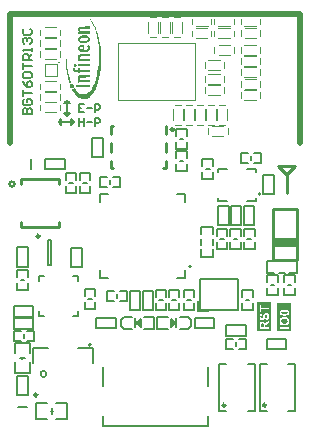
<source format=gto>
G04*
G04 #@! TF.GenerationSoftware,Altium Limited,Altium Designer,20.1.14 (287)*
G04*
G04 Layer_Color=65535*
%FSLAX25Y25*%
%MOIN*%
G70*
G04*
G04 #@! TF.SameCoordinates,C6E2488E-A08A-4CE9-B207-DE92606EBE29*
G04*
G04*
G04 #@! TF.FilePolarity,Positive*
G04*
G01*
G75*
%ADD10C,0.00984*%
%ADD11C,0.00591*%
%ADD12C,0.01000*%
%ADD13C,0.00787*%
%ADD14C,0.00591*%
%ADD15C,0.00512*%
%ADD16C,0.00800*%
%ADD17C,0.00600*%
%ADD18C,0.00098*%
%ADD19C,0.00500*%
%ADD20C,0.02000*%
%ADD21C,0.00197*%
%ADD22C,0.00394*%
%ADD23R,0.00700X0.01400*%
G36*
X27400Y132580D02*
X24447Y132555D01*
X24269Y132428D01*
Y132097D01*
X24549Y131740D01*
X27400D01*
Y130977D01*
X23964Y130951D01*
X23658Y130900D01*
X23480Y131588D01*
X23887Y131690D01*
X23658Y131995D01*
X23556Y132199D01*
X23505Y132657D01*
X23607Y132962D01*
X23811Y133191D01*
X24040Y133293D01*
X27400Y133319D01*
Y132580D01*
D02*
G37*
G36*
X26127Y130340D02*
X26738Y130162D01*
X26904Y130060D01*
X27247Y129806D01*
X27426Y129526D01*
X27502Y129220D01*
X27491Y129008D01*
X27476Y128737D01*
X27298Y128380D01*
X27069Y128151D01*
X26815Y127998D01*
X26356Y127846D01*
X25873Y127769D01*
X24880Y127795D01*
X24320Y127947D01*
X24065Y128075D01*
X23734Y128329D01*
X23556Y128609D01*
X23480Y128889D01*
Y129246D01*
X23607Y129628D01*
X23862Y129933D01*
X24218Y130162D01*
X24676Y130315D01*
X25007Y130366D01*
X26127Y130340D01*
D02*
G37*
G36*
X25695Y125580D02*
X26280Y125631D01*
X26535Y125733D01*
X26713Y125911D01*
X26789Y126089D01*
X26764Y126471D01*
X26560Y126802D01*
X26433Y126904D01*
Y126955D01*
X26738Y127133D01*
X26993Y127235D01*
X27196Y127031D01*
X27375Y126751D01*
X27476Y126446D01*
Y125860D01*
X27324Y125504D01*
X27095Y125224D01*
X26611Y124944D01*
X26102Y124817D01*
X24829D01*
X24345Y124944D01*
X24040Y125096D01*
X23684Y125402D01*
X23556Y125606D01*
X23480Y125886D01*
Y126014D01*
X24131D01*
X24142Y125886D01*
X24218Y125784D01*
X24473Y125656D01*
X25084Y125580D01*
Y126522D01*
X24473Y126471D01*
X24295Y126395D01*
X24193Y126318D01*
X24116Y126166D01*
X24131Y126016D01*
X23480D01*
Y126242D01*
X23607Y126624D01*
X23887Y126929D01*
X24193Y127108D01*
X24651Y127235D01*
X25695Y127286D01*
Y125580D01*
D02*
G37*
G36*
X27400Y123365D02*
X24473Y123340D01*
X24295Y123238D01*
X24243Y123136D01*
X24269Y122882D01*
X24447Y122627D01*
X24600Y122500D01*
X27400D01*
Y121762D01*
X24014Y121736D01*
X23684Y121685D01*
X23582Y121940D01*
X23480Y122373D01*
X23734Y122449D01*
X23887Y122475D01*
X23684Y122729D01*
X23556Y122984D01*
X23505Y123442D01*
X23607Y123747D01*
X23785Y123951D01*
X24065Y124078D01*
X27400Y124104D01*
Y123365D01*
D02*
G37*
G36*
Y120082D02*
X23607D01*
X23505Y120845D01*
X27400D01*
Y120082D01*
D02*
G37*
G36*
X22971Y120769D02*
X23047Y120642D01*
Y120260D01*
X22869Y120031D01*
X22716Y119954D01*
X22385Y119980D01*
X22156Y120158D01*
X22080Y120336D01*
Y120565D01*
X22207Y120794D01*
X22385Y120922D01*
X22767D01*
X22971Y120769D01*
D02*
G37*
G36*
X22360Y119598D02*
X22665Y119471D01*
X22564Y119293D01*
Y119013D01*
X22614Y118936D01*
X22843Y118834D01*
X23582D01*
Y119522D01*
X24243Y119394D01*
Y118834D01*
X27400D01*
Y118071D01*
X24243D01*
Y117816D01*
X23582D01*
Y118071D01*
X22691D01*
X22284Y118223D01*
X22054Y118402D01*
X21902Y118707D01*
X21876Y119191D01*
X21978Y119547D01*
X22054Y119674D01*
X22360Y119598D01*
D02*
G37*
G36*
X27400Y116340D02*
X24473Y116314D01*
X24295Y116212D01*
X24243Y116111D01*
X24269Y115856D01*
X24447Y115602D01*
X24575Y115474D01*
X27400D01*
Y114736D01*
X24040Y114710D01*
X23658Y114634D01*
X23480Y115347D01*
X23913Y115449D01*
X23785Y115551D01*
X23582Y115882D01*
X23505Y116187D01*
Y116416D01*
X23607Y116722D01*
X23785Y116925D01*
X23913Y117002D01*
X24218Y117078D01*
X27400D01*
Y116340D01*
D02*
G37*
G36*
X19738Y121889D02*
X19942Y120005D01*
X20298Y118147D01*
X20578Y117078D01*
X21011Y115754D01*
X21367Y114787D01*
X21494Y114507D01*
X21214Y114481D01*
X20909Y114329D01*
X20756Y114201D01*
X20502Y114940D01*
X20120Y116416D01*
X19840Y118071D01*
X19687Y119573D01*
X19636Y120413D01*
Y122831D01*
X19687Y123391D01*
X19738Y121889D01*
D02*
G37*
G36*
X27400Y113107D02*
X22894D01*
X22818Y113871D01*
X27400D01*
Y113107D01*
D02*
G37*
G36*
X21774Y114227D02*
X22029Y114074D01*
X22182Y113921D01*
X22309Y113591D01*
X22284Y113234D01*
X22156Y112980D01*
X21978Y112801D01*
X21774Y112700D01*
X21265D01*
X20934Y112903D01*
X20782Y113132D01*
X20731Y113285D01*
Y113641D01*
X20832Y113871D01*
X20985Y114074D01*
X21189Y114201D01*
X21367Y114252D01*
X21774Y114227D01*
D02*
G37*
G36*
X27578Y135839D02*
X27731Y135686D01*
X27935Y135432D01*
X28164Y135126D01*
X28571Y134515D01*
X28953Y133828D01*
X29386Y133013D01*
X29691Y132300D01*
X30251Y130722D01*
X30684Y129068D01*
X30964Y127591D01*
X31168Y126038D01*
X31295Y124231D01*
X31269Y121024D01*
X31117Y119114D01*
X30887Y117485D01*
X30608Y116085D01*
X30226Y114660D01*
X29818Y113489D01*
X29411Y112547D01*
X29131Y112012D01*
X28800Y111452D01*
X28520Y111045D01*
X28329Y110803D01*
X28011Y110409D01*
X27655Y110052D01*
X27375Y109823D01*
X27069Y109619D01*
X26458Y109314D01*
X26000Y109187D01*
X24982D01*
X24320Y109390D01*
X23887Y109619D01*
X23327Y110027D01*
X22665Y110663D01*
X22156Y111325D01*
X21698Y112063D01*
X21520Y112420D01*
X21825Y112470D01*
X22054Y112572D01*
X22284Y112725D01*
X22334Y112827D01*
X22411Y112801D01*
X22462Y112674D01*
X22971Y111987D01*
X23251Y111656D01*
X23480Y111427D01*
X23658Y111274D01*
X24142Y110943D01*
X24600Y110740D01*
X24931Y110663D01*
X25644Y110714D01*
X26076Y110841D01*
X26382Y110969D01*
X26687Y111147D01*
X26942Y111325D01*
X27171Y111503D01*
X27451Y111758D01*
X27756Y112114D01*
X28087Y112547D01*
X28317Y112903D01*
X28647Y113489D01*
X28927Y114074D01*
X29131Y114558D01*
X29436Y115398D01*
X29691Y116289D01*
X29844Y116900D01*
X30022Y117765D01*
X30277Y119420D01*
X30404Y120769D01*
X30456Y121617D01*
X30493Y123365D01*
X30506Y124460D01*
X30378Y126700D01*
X30149Y128635D01*
X29844Y130315D01*
X29487Y131740D01*
X29106Y132911D01*
X28673Y133955D01*
X28342Y134591D01*
X27833Y135381D01*
X27502Y135788D01*
X27476Y135864D01*
X27578Y135839D01*
D02*
G37*
G36*
X94700Y31800D02*
X89987D01*
Y41300D01*
X94700D01*
Y31800D01*
D02*
G37*
G36*
X88000Y31700D02*
X83288D01*
Y41329D01*
X88000D01*
Y31700D01*
D02*
G37*
%LPC*%
G36*
X26204Y129526D02*
X24727D01*
X24371Y129399D01*
X24218Y129271D01*
X24167Y129144D01*
X24193Y128915D01*
X24345Y128737D01*
X24600Y128635D01*
X25287Y128558D01*
X26255Y128609D01*
X26560Y128711D01*
X26789Y128915D01*
Y129017D01*
X26815Y129144D01*
X26713Y129322D01*
X26560Y129424D01*
X26204Y129526D01*
D02*
G37*
G36*
X92449Y38902D02*
X92366D01*
X92208Y38898D01*
X92064Y38889D01*
X91933Y38876D01*
X91811Y38854D01*
X91697Y38832D01*
X91597Y38810D01*
X91505Y38780D01*
X91426Y38754D01*
X91352Y38727D01*
X91295Y38701D01*
X91242Y38675D01*
X91199Y38653D01*
X91168Y38631D01*
X91146Y38618D01*
X91133Y38609D01*
X91129Y38605D01*
X91072Y38557D01*
X91024Y38504D01*
X90985Y38448D01*
X90945Y38391D01*
X90915Y38334D01*
X90893Y38277D01*
X90871Y38225D01*
X90854Y38168D01*
X90841Y38115D01*
X90832Y38072D01*
X90823Y38028D01*
X90819Y37993D01*
X90814Y37962D01*
Y37980D01*
Y37919D01*
X90819Y37840D01*
X90827Y37766D01*
X90845Y37692D01*
X90862Y37626D01*
X90889Y37565D01*
X90915Y37508D01*
X90941Y37460D01*
X90972Y37412D01*
X91002Y37373D01*
X91028Y37333D01*
X91055Y37303D01*
X91081Y37281D01*
X91098Y37259D01*
X91116Y37246D01*
X91124Y37237D01*
X91129Y37233D01*
X91203Y37180D01*
X91291Y37137D01*
X91382Y37097D01*
X91479Y37062D01*
X91579Y37036D01*
X91684Y37010D01*
X91784Y36992D01*
X91885Y36975D01*
X91981Y36966D01*
X92068Y36957D01*
X92151Y36949D01*
X92221Y36944D01*
X92278Y36940D01*
X90814D01*
D01*
X93913D01*
Y37919D01*
X93908Y37997D01*
X93900Y38072D01*
X93882Y38146D01*
X93865Y38212D01*
X93843Y38273D01*
X93817Y38330D01*
X93786Y38378D01*
X93755Y38426D01*
X93729Y38465D01*
X93699Y38504D01*
X93672Y38535D01*
X93650Y38561D01*
X93633Y38579D01*
X93615Y38592D01*
X93607Y38601D01*
X93602Y38605D01*
X93528Y38657D01*
X93441Y38701D01*
X93349Y38745D01*
X93248Y38775D01*
X93148Y38806D01*
X93047Y38828D01*
X92943Y38850D01*
X92842Y38867D01*
X92746Y38876D01*
X92658Y38885D01*
X92575Y38893D01*
X92506Y38898D01*
X92449Y38902D01*
D02*
G37*
G36*
X92379Y36590D02*
X92348D01*
X92213Y36586D01*
X92086Y36573D01*
X91968Y36555D01*
X91854Y36529D01*
X91754Y36499D01*
X91658Y36464D01*
X91570Y36429D01*
X91496Y36389D01*
X91426Y36350D01*
X91365Y36315D01*
X91312Y36280D01*
X91269Y36250D01*
X91238Y36228D01*
X91212Y36206D01*
X91199Y36193D01*
X91194Y36188D01*
X91120Y36110D01*
X91055Y36027D01*
X90998Y35939D01*
X90950Y35852D01*
X90910Y35760D01*
X90876Y35673D01*
X90849Y35585D01*
X90827Y35502D01*
X90810Y35423D01*
X90797Y35349D01*
X90788Y35284D01*
X90779Y35227D01*
Y35183D01*
X90775Y35148D01*
Y36590D01*
D01*
Y33658D01*
D01*
Y35118D01*
X90779Y34986D01*
X90792Y34860D01*
X90814Y34751D01*
X90836Y34654D01*
X90849Y34615D01*
X90858Y34576D01*
X90867Y34545D01*
X90880Y34519D01*
X90884Y34497D01*
X90893Y34480D01*
X90897Y34471D01*
Y34466D01*
X90932Y34388D01*
X90976Y34313D01*
X91024Y34248D01*
X91068Y34191D01*
X91107Y34143D01*
X91142Y34104D01*
X91164Y34082D01*
X91168Y34078D01*
X91173Y34073D01*
X91242Y34012D01*
X91317Y33955D01*
X91382Y33907D01*
X91448Y33868D01*
X91505Y33837D01*
X91548Y33811D01*
X91566Y33807D01*
X91579Y33798D01*
X91583Y33794D01*
X91588D01*
X91710Y33750D01*
X91841Y33715D01*
X91972Y33693D01*
X92095Y33676D01*
X92151Y33671D01*
X92204Y33667D01*
X92248Y33662D01*
X92287D01*
X92322Y33658D01*
X90775D01*
X92366D01*
X92497Y33662D01*
X92624Y33676D01*
X92741Y33693D01*
X92851Y33719D01*
X92951Y33750D01*
X93043Y33785D01*
X93130Y33820D01*
X93205Y33859D01*
X93275Y33894D01*
X93331Y33929D01*
X93384Y33964D01*
X93427Y33994D01*
X93458Y34021D01*
X93484Y34038D01*
X93498Y34051D01*
X93502Y34056D01*
X93576Y34134D01*
X93637Y34217D01*
X93694Y34300D01*
X93738Y34392D01*
X93777Y34480D01*
X93812Y34571D01*
X93838Y34654D01*
X93860Y34742D01*
X93878Y34821D01*
X93891Y34895D01*
X93900Y34960D01*
X93904Y35017D01*
X93908Y35061D01*
X93913Y35096D01*
Y35126D01*
X93908Y35249D01*
X93895Y35362D01*
X93873Y35472D01*
X93847Y35572D01*
X93817Y35668D01*
X93782Y35756D01*
X93747Y35834D01*
X93707Y35909D01*
X93668Y35970D01*
X93633Y36027D01*
X93598Y36075D01*
X93567Y36114D01*
X93541Y36149D01*
X93519Y36171D01*
X93506Y36184D01*
X93502Y36188D01*
X93419Y36258D01*
X93331Y36319D01*
X93240Y36376D01*
X93148Y36420D01*
X93052Y36459D01*
X92956Y36494D01*
X92859Y36520D01*
X92768Y36542D01*
X92685Y36555D01*
X92602Y36568D01*
X92532Y36577D01*
X92471Y36586D01*
X92418D01*
X92379Y36590D01*
D02*
G37*
G36*
X93856Y33199D02*
X90832D01*
Y32587D01*
X93856D01*
Y33199D01*
D02*
G37*
%LPD*%
G36*
X92554Y38286D02*
X92637D01*
X92711Y38282D01*
X92781Y38277D01*
X92842Y38273D01*
X92899Y38264D01*
X92947Y38260D01*
X92990Y38255D01*
X93025Y38247D01*
X93056Y38242D01*
X93082Y38238D01*
X93100Y38233D01*
X93117D01*
X93122Y38229D01*
X93126D01*
X93187Y38212D01*
X93235Y38190D01*
X93279Y38168D01*
X93309Y38150D01*
X93336Y38133D01*
X93353Y38115D01*
X93362Y38107D01*
X93366Y38102D01*
X93388Y38072D01*
X93406Y38041D01*
X93414Y38011D01*
X93423Y37980D01*
X93427Y37958D01*
X93432Y37936D01*
Y37919D01*
X93427Y37879D01*
X93423Y37844D01*
X93410Y37814D01*
X93397Y37788D01*
X93388Y37766D01*
X93375Y37748D01*
X93371Y37740D01*
X93366Y37735D01*
X93336Y37709D01*
X93296Y37683D01*
X93253Y37661D01*
X93209Y37639D01*
X93170Y37626D01*
X93135Y37613D01*
X93113Y37609D01*
X93104Y37604D01*
X93060Y37595D01*
X93012Y37587D01*
X92960Y37578D01*
X92903Y37574D01*
X92781Y37565D01*
X92658Y37560D01*
X92602Y37556D01*
X92545D01*
X92497Y37552D01*
X92453D01*
X92418D01*
X92387D01*
X92370D01*
X92366D01*
X92269D01*
X92178Y37556D01*
X92099D01*
X92020Y37560D01*
X91955Y37565D01*
X91889Y37569D01*
X91837Y37574D01*
X91784Y37582D01*
X91741Y37587D01*
X91706Y37591D01*
X91675Y37595D01*
X91649Y37600D01*
X91632Y37604D01*
X91614D01*
X91610Y37609D01*
X91605D01*
X91544Y37626D01*
X91492Y37648D01*
X91452Y37665D01*
X91417Y37687D01*
X91395Y37705D01*
X91378Y37718D01*
X91369Y37727D01*
X91365Y37731D01*
X91343Y37762D01*
X91326Y37796D01*
X91312Y37827D01*
X91304Y37858D01*
X91299Y37879D01*
X91295Y37901D01*
Y37919D01*
X91299Y37958D01*
X91304Y37993D01*
X91317Y38024D01*
X91330Y38050D01*
X91343Y38072D01*
X91352Y38089D01*
X91360Y38098D01*
X91365Y38102D01*
X91395Y38129D01*
X91435Y38155D01*
X91479Y38177D01*
X91522Y38199D01*
X91566Y38212D01*
X91601Y38225D01*
X91623Y38229D01*
X91627Y38233D01*
X91632D01*
X91671Y38242D01*
X91719Y38251D01*
X91776Y38260D01*
X91833Y38268D01*
X91951Y38277D01*
X92073Y38282D01*
X92130Y38286D01*
X92186D01*
X92234Y38290D01*
X92278D01*
X92313D01*
X92344D01*
X92361D01*
X92366D01*
X92462D01*
X92554Y38286D01*
D02*
G37*
G36*
X93913Y36940D02*
X92361D01*
X92519Y36944D01*
X92663Y36953D01*
X92798Y36966D01*
X92921Y36984D01*
X93030Y37001D01*
X93130Y37023D01*
X93218Y37049D01*
X93296Y37075D01*
X93362Y37097D01*
X93423Y37124D01*
X93471Y37145D01*
X93511Y37167D01*
X93537Y37180D01*
X93559Y37193D01*
X93572Y37202D01*
X93576Y37207D01*
X93637Y37259D01*
X93685Y37316D01*
X93733Y37373D01*
X93768Y37434D01*
X93803Y37490D01*
X93830Y37552D01*
X93851Y37609D01*
X93869Y37665D01*
X93886Y37718D01*
X93895Y37766D01*
X93904Y37810D01*
X93908Y37844D01*
Y37875D01*
X93913Y37901D01*
Y36940D01*
D02*
G37*
G36*
X92431Y35957D02*
X92523Y35952D01*
X92606Y35939D01*
X92680Y35926D01*
X92755Y35909D01*
X92820Y35887D01*
X92877Y35865D01*
X92929Y35843D01*
X92977Y35821D01*
X93017Y35799D01*
X93052Y35782D01*
X93082Y35760D01*
X93104Y35747D01*
X93117Y35734D01*
X93126Y35729D01*
X93130Y35725D01*
X93178Y35681D01*
X93218Y35633D01*
X93253Y35581D01*
X93283Y35533D01*
X93305Y35480D01*
X93327Y35432D01*
X93358Y35336D01*
X93379Y35253D01*
X93384Y35218D01*
X93388Y35188D01*
X93393Y35161D01*
Y35126D01*
X93388Y35061D01*
X93379Y34995D01*
X93366Y34934D01*
X93349Y34877D01*
X93309Y34772D01*
X93257Y34689D01*
X93235Y34650D01*
X93209Y34620D01*
X93187Y34589D01*
X93165Y34567D01*
X93152Y34549D01*
X93139Y34536D01*
X93130Y34528D01*
X93126Y34523D01*
X93074Y34484D01*
X93017Y34445D01*
X92956Y34414D01*
X92890Y34388D01*
X92763Y34344D01*
X92637Y34318D01*
X92575Y34309D01*
X92523Y34300D01*
X92471Y34296D01*
X92427Y34292D01*
X92392Y34287D01*
X92366D01*
X92348D01*
X92344D01*
X92248Y34292D01*
X92160Y34296D01*
X92077Y34309D01*
X91998Y34322D01*
X91929Y34340D01*
X91863Y34357D01*
X91806Y34379D01*
X91754Y34401D01*
X91706Y34423D01*
X91666Y34445D01*
X91636Y34462D01*
X91605Y34480D01*
X91583Y34493D01*
X91570Y34506D01*
X91562Y34510D01*
X91557Y34515D01*
X91509Y34558D01*
X91470Y34606D01*
X91435Y34659D01*
X91404Y34707D01*
X91378Y34759D01*
X91360Y34812D01*
X91326Y34908D01*
X91308Y34995D01*
X91304Y35030D01*
X91299Y35065D01*
X91295Y35091D01*
Y35126D01*
X91299Y35196D01*
X91308Y35262D01*
X91317Y35323D01*
X91334Y35380D01*
X91378Y35480D01*
X91400Y35528D01*
X91422Y35568D01*
X91448Y35607D01*
X91470Y35638D01*
X91492Y35664D01*
X91514Y35690D01*
X91531Y35708D01*
X91540Y35721D01*
X91548Y35725D01*
X91553Y35729D01*
X91605Y35769D01*
X91662Y35808D01*
X91719Y35839D01*
X91784Y35865D01*
X91916Y35904D01*
X92042Y35930D01*
X92099Y35944D01*
X92156Y35948D01*
X92204Y35952D01*
X92248Y35957D01*
X92287Y35961D01*
X92313D01*
X92331D01*
X92335D01*
X92431Y35957D01*
D02*
G37*
%LPC*%
G36*
X84643Y40541D02*
X84132D01*
Y38142D01*
X87156D01*
X84643D01*
Y39038D01*
X87156D01*
Y39650D01*
X84643D01*
Y40541D01*
D02*
G37*
G36*
X87213Y37836D02*
X84075D01*
Y35376D01*
D01*
Y36591D01*
X84079Y36464D01*
X84092Y36351D01*
X84110Y36250D01*
X84127Y36163D01*
X84140Y36123D01*
X84149Y36088D01*
X84158Y36062D01*
X84167Y36036D01*
X84175Y36018D01*
X84180Y36005D01*
X84184Y35996D01*
Y35992D01*
X84228Y35905D01*
X84276Y35831D01*
X84328Y35765D01*
X84377Y35713D01*
X84420Y35669D01*
X84455Y35642D01*
X84481Y35621D01*
X84486Y35616D01*
X84490D01*
X84564Y35573D01*
X84643Y35542D01*
X84717Y35520D01*
X84783Y35507D01*
X84840Y35498D01*
X84883Y35490D01*
X84901D01*
X84914D01*
X84918D01*
X84923D01*
X84988Y35494D01*
X85054Y35503D01*
X85111Y35516D01*
X85167Y35533D01*
X85272Y35577D01*
X85364Y35629D01*
X85403Y35651D01*
X85434Y35677D01*
X85465Y35699D01*
X85491Y35721D01*
X85508Y35739D01*
X85521Y35752D01*
X85530Y35761D01*
X85535Y35765D01*
X85565Y35804D01*
X85596Y35852D01*
X85626Y35900D01*
X85653Y35957D01*
X85705Y36066D01*
X85749Y36180D01*
X85766Y36237D01*
X85784Y36285D01*
X85797Y36333D01*
X85810Y36372D01*
X85819Y36403D01*
X85827Y36429D01*
X85832Y36447D01*
Y36451D01*
X85849Y36521D01*
X85867Y36582D01*
X85880Y36639D01*
X85893Y36691D01*
X85906Y36735D01*
X85915Y36774D01*
X85928Y36809D01*
X85937Y36840D01*
X85941Y36866D01*
X85950Y36888D01*
X85958Y36919D01*
X85967Y36936D01*
Y36940D01*
X85989Y36997D01*
X86011Y37041D01*
X86033Y37080D01*
X86054Y37111D01*
X86072Y37133D01*
X86085Y37146D01*
X86094Y37155D01*
X86098Y37159D01*
X86129Y37181D01*
X86159Y37198D01*
X86190Y37207D01*
X86216Y37216D01*
X86243Y37220D01*
X86264Y37225D01*
X86277D01*
X86282D01*
X86343Y37220D01*
X86395Y37203D01*
X86448Y37176D01*
X86492Y37150D01*
X86527Y37120D01*
X86553Y37098D01*
X86570Y37080D01*
X86575Y37071D01*
X86614Y37010D01*
X86645Y36940D01*
X86666Y36866D01*
X86680Y36796D01*
X86688Y36731D01*
X86697Y36678D01*
Y36630D01*
X86693Y36530D01*
X86675Y36442D01*
X86653Y36368D01*
X86627Y36302D01*
X86601Y36250D01*
X86579Y36215D01*
X86562Y36193D01*
X86557Y36184D01*
X86496Y36128D01*
X86430Y36084D01*
X86356Y36045D01*
X86282Y36018D01*
X86216Y35996D01*
X86164Y35979D01*
X86146Y35975D01*
X86129D01*
X86120Y35970D01*
X86116D01*
X86172Y35376D01*
D01*
X86264Y35389D01*
X86352Y35407D01*
X86435Y35433D01*
X86509Y35455D01*
X86579Y35485D01*
X86645Y35516D01*
X86701Y35546D01*
X86754Y35577D01*
X86797Y35608D01*
X86837Y35638D01*
X86872Y35664D01*
X86902Y35691D01*
X86924Y35708D01*
X86937Y35726D01*
X86946Y35734D01*
X86950Y35739D01*
X86998Y35800D01*
X87038Y35865D01*
X87073Y35935D01*
X87103Y36010D01*
X87125Y36079D01*
X87147Y36154D01*
X87178Y36298D01*
X87191Y36364D01*
X87199Y36425D01*
X87204Y36477D01*
X87208Y36525D01*
X87213Y36565D01*
Y36621D01*
X87208Y36761D01*
X87195Y36888D01*
X87178Y37002D01*
X87169Y37050D01*
X87156Y37098D01*
X87147Y37137D01*
X87138Y37172D01*
X87130Y37203D01*
X87121Y37229D01*
X87112Y37251D01*
X87108Y37264D01*
X87103Y37273D01*
Y37277D01*
X87055Y37373D01*
X87003Y37452D01*
X86950Y37526D01*
X86894Y37583D01*
X86845Y37626D01*
X86802Y37661D01*
X86776Y37679D01*
X86771Y37688D01*
X86767D01*
X86680Y37736D01*
X86596Y37775D01*
X86513Y37801D01*
X86435Y37819D01*
X86374Y37828D01*
X86343Y37832D01*
X86321Y37836D01*
X87213D01*
D02*
G37*
G36*
X87156Y35206D02*
X86566Y34834D01*
X86505Y34795D01*
X86444Y34755D01*
X86391Y34721D01*
X86343Y34686D01*
X86299Y34655D01*
X86256Y34629D01*
X86190Y34576D01*
X86138Y34537D01*
X86103Y34511D01*
X86081Y34489D01*
X86076Y34484D01*
X86024Y34436D01*
X85976Y34380D01*
X85937Y34327D01*
X85897Y34275D01*
X85867Y34231D01*
X85845Y34196D01*
X85827Y34170D01*
X85823Y34165D01*
Y34161D01*
X85810Y34235D01*
X85792Y34301D01*
X85775Y34362D01*
X85753Y34423D01*
X85731Y34476D01*
X85709Y34524D01*
X85688Y34572D01*
X85661Y34611D01*
X85639Y34646D01*
X85618Y34677D01*
X85596Y34703D01*
X85578Y34721D01*
X85565Y34738D01*
X85552Y34751D01*
X85548Y34755D01*
X85543Y34760D01*
X85500Y34795D01*
X85456Y34825D01*
X85360Y34878D01*
X85268Y34913D01*
X85176Y34935D01*
X85097Y34952D01*
X85067Y34956D01*
X85036D01*
X85014Y34961D01*
X84993D01*
X84984D01*
X84979D01*
X84883Y34956D01*
X84792Y34939D01*
X84713Y34917D01*
X84643Y34895D01*
X84586Y34869D01*
X84543Y34847D01*
X84529Y34839D01*
X84516Y34830D01*
X84512Y34825D01*
X84508D01*
X84433Y34773D01*
X84372Y34716D01*
X84324Y34659D01*
X84280Y34602D01*
X84254Y34550D01*
X84232Y34511D01*
X84219Y34484D01*
X84215Y34480D01*
Y34476D01*
X84202Y34432D01*
X84189Y34384D01*
X84167Y34275D01*
X84154Y34157D01*
X84140Y34043D01*
Y33986D01*
X84136Y33938D01*
Y33890D01*
X84132Y33851D01*
Y35206D01*
Y32487D01*
X87156D01*
Y33453D01*
Y33099D01*
X85893D01*
Y33296D01*
X85897Y33357D01*
X85902Y33410D01*
X85910Y33453D01*
X85915Y33488D01*
X85923Y33510D01*
X85928Y33523D01*
Y33527D01*
X85945Y33562D01*
X85963Y33597D01*
X85985Y33628D01*
X86002Y33659D01*
X86024Y33680D01*
X86041Y33698D01*
X86050Y33707D01*
X86054Y33711D01*
X86076Y33729D01*
X86098Y33750D01*
X86164Y33798D01*
X86234Y33851D01*
X86312Y33908D01*
X86382Y33956D01*
X86417Y33978D01*
X86444Y33995D01*
X86465Y34012D01*
X86483Y34026D01*
X86496Y34030D01*
X86500Y34034D01*
X87156Y34471D01*
Y35206D01*
D02*
G37*
%LPD*%
G36*
X86172Y37832D02*
X86081Y37819D01*
X85998Y37797D01*
X85928Y37775D01*
X85871Y37753D01*
X85832Y37731D01*
X85805Y37718D01*
X85797Y37714D01*
X85727Y37666D01*
X85666Y37609D01*
X85613Y37552D01*
X85570Y37500D01*
X85535Y37452D01*
X85508Y37412D01*
X85491Y37386D01*
X85487Y37382D01*
Y37377D01*
X85465Y37334D01*
X85443Y37290D01*
X85403Y37185D01*
X85369Y37076D01*
X85334Y36971D01*
X85320Y36923D01*
X85307Y36875D01*
X85294Y36831D01*
X85285Y36796D01*
X85277Y36766D01*
X85272Y36744D01*
X85268Y36726D01*
Y36722D01*
X85246Y36643D01*
X85229Y36573D01*
X85211Y36508D01*
X85194Y36447D01*
X85176Y36399D01*
X85159Y36351D01*
X85141Y36311D01*
X85128Y36276D01*
X85115Y36246D01*
X85102Y36224D01*
X85093Y36202D01*
X85084Y36189D01*
X85071Y36167D01*
X85067Y36163D01*
X85036Y36132D01*
X85006Y36110D01*
X84975Y36097D01*
X84945Y36088D01*
X84923Y36079D01*
X84901Y36075D01*
X84888D01*
X84883D01*
X84840Y36079D01*
X84805Y36088D01*
X84770Y36106D01*
X84744Y36123D01*
X84722Y36141D01*
X84709Y36158D01*
X84700Y36167D01*
X84696Y36171D01*
X84656Y36233D01*
X84630Y36298D01*
X84608Y36368D01*
X84595Y36434D01*
X84586Y36490D01*
X84582Y36538D01*
Y36582D01*
X84586Y36674D01*
X84599Y36753D01*
X84617Y36818D01*
X84634Y36871D01*
X84652Y36914D01*
X84669Y36945D01*
X84682Y36962D01*
X84687Y36967D01*
X84730Y37010D01*
X84783Y37050D01*
X84835Y37080D01*
X84892Y37102D01*
X84940Y37120D01*
X84979Y37128D01*
X85010Y37137D01*
X85014D01*
X85019D01*
X84997Y37749D01*
X84918Y37745D01*
X84848Y37731D01*
X84778Y37714D01*
X84717Y37692D01*
X84656Y37670D01*
X84599Y37644D01*
X84551Y37618D01*
X84503Y37592D01*
X84464Y37561D01*
X84429Y37535D01*
X84398Y37508D01*
X84372Y37487D01*
X84355Y37469D01*
X84342Y37456D01*
X84333Y37447D01*
X84328Y37443D01*
X84285Y37386D01*
X84245Y37325D01*
X84210Y37259D01*
X84180Y37189D01*
X84158Y37120D01*
X84136Y37050D01*
X84105Y36910D01*
X84097Y36844D01*
X84088Y36788D01*
X84084Y36731D01*
X84079Y36683D01*
X84075Y36643D01*
Y37836D01*
X86277D01*
X86172Y37832D01*
D02*
G37*
G36*
X85071Y34327D02*
X85115Y34323D01*
X85154Y34310D01*
X85189Y34301D01*
X85216Y34288D01*
X85233Y34275D01*
X85246Y34270D01*
X85251Y34266D01*
X85281Y34240D01*
X85307Y34214D01*
X85347Y34157D01*
X85360Y34135D01*
X85369Y34113D01*
X85377Y34100D01*
Y34096D01*
X85382Y34074D01*
X85390Y34039D01*
X85395Y34004D01*
X85399Y33964D01*
X85403Y33873D01*
X85408Y33781D01*
X85412Y33694D01*
Y33099D01*
X84643D01*
Y33798D01*
X84647Y33838D01*
Y33934D01*
X84652Y33973D01*
Y33999D01*
X84656Y34012D01*
Y34017D01*
X84669Y34069D01*
X84687Y34117D01*
X84704Y34157D01*
X84726Y34187D01*
X84748Y34214D01*
X84761Y34235D01*
X84774Y34244D01*
X84778Y34249D01*
X84813Y34275D01*
X84857Y34297D01*
X84896Y34310D01*
X84936Y34323D01*
X84971Y34327D01*
X84997Y34332D01*
X85014D01*
X85023D01*
X85071Y34327D01*
D02*
G37*
D10*
X9937Y10551D02*
G03*
X9937Y10551I-492J0D01*
G01*
X10744Y63413D02*
G03*
X10744Y63413I-492J0D01*
G01*
X72661Y7095D02*
G03*
X72661Y7095I-492J0D01*
G01*
X86205Y7095D02*
G03*
X86205Y7095I-492J0D01*
G01*
D11*
X13000Y17500D02*
G03*
X13000Y17500I-1000J0D01*
G01*
X17050Y101399D02*
X18012Y102362D01*
X18954Y104373D02*
X20880D01*
X18954Y107677D02*
X20880D01*
X19917Y103410D02*
X20880Y104373D01*
X18954D02*
X19917Y103410D01*
X21317Y102362D02*
X22279Y101399D01*
X18012Y100436D02*
Y102362D01*
X21317Y100436D02*
Y102362D01*
X19917Y108640D02*
X20880Y107677D01*
X18954D02*
X19917Y108640D01*
Y103410D02*
Y108640D01*
X21317Y100436D02*
X22279Y101399D01*
X17050D02*
X22279D01*
X17050D02*
X18012Y100436D01*
X64100Y38900D02*
Y49200D01*
Y38900D02*
X76900D01*
Y49200D01*
X64100D02*
X76900D01*
D12*
X55500Y98990D02*
G03*
X55500Y98990I-500J0D01*
G01*
X2338Y80807D02*
G03*
X2338Y80807I-787J0D01*
G01*
X53000Y97410D02*
Y99990D01*
Y91500D02*
Y94490D01*
Y85990D02*
Y88580D01*
X34500Y99990D02*
X35140D01*
X34500Y97410D02*
Y99990D01*
Y91510D02*
Y94490D01*
Y85990D02*
Y88580D01*
Y85990D02*
X35140D01*
X51850D02*
X53000D01*
X93050Y77900D02*
Y84000D01*
X90100Y86700D02*
X92800Y84000D01*
X93300D01*
X96000Y86700D01*
X90100D02*
X96000D01*
X88400Y55397D02*
X96400D01*
X88400D02*
Y72398D01*
X96400D01*
Y55397D02*
Y72398D01*
X88400Y60602D02*
X95900D01*
X88400D02*
Y61501D01*
X95900D01*
Y60602D02*
Y61501D01*
X88400Y61999D02*
X96400D01*
X88400D02*
Y62499D01*
X96400D01*
Y61999D02*
Y62499D01*
X4700Y82378D02*
X17300D01*
X17299Y80807D02*
Y82382D01*
X4701Y80807D02*
Y82382D01*
X17300Y66638D02*
Y68208D01*
X4700Y66638D02*
Y68208D01*
Y66638D02*
X17300D01*
D13*
X27843Y27213D02*
G03*
X27843Y27213I-394J0D01*
G01*
X8500Y21000D02*
Y26000D01*
X13500D01*
X28500Y21000D02*
Y26000D01*
X23500D02*
X28500D01*
X8000Y85951D02*
Y89100D01*
X3425Y6500D02*
X6575D01*
X63600Y38500D02*
X66900D01*
X63600Y38600D02*
Y41900D01*
X14681Y62134D02*
X14681Y53866D01*
X13500D02*
X13500Y62134D01*
X13500Y53866D02*
X14681D01*
X13500Y62134D02*
X14681Y62134D01*
X70595Y20874D02*
X72957Y20874D01*
X70595Y5126D02*
X72957D01*
X80043Y20874D02*
X82406Y20874D01*
X80043Y5126D02*
X82406D01*
X82406Y20874D02*
X82406Y5126D01*
X70595D02*
Y20874D01*
X84138Y20874D02*
X86500Y20874D01*
X84138Y5126D02*
X86500D01*
X93587Y20874D02*
X95949D01*
X93587Y5126D02*
X95949D01*
Y20874D01*
X84138Y5126D02*
Y20874D01*
D14*
X61200Y53264D02*
G03*
X61200Y53264I-295J0D01*
G01*
X84295Y77500D02*
G03*
X84295Y77500I-295J0D01*
G01*
D15*
X17215Y121386D02*
G03*
X17215Y121386I-39J0D01*
G01*
D16*
X2441Y27977D02*
X7559D01*
X2441Y17741D02*
X7559D01*
X2441D02*
X2441Y21359D01*
X7559Y17741D02*
Y21359D01*
X2441Y27977D02*
X2441Y24359D01*
X7559Y24359D02*
Y27977D01*
X90400Y55200D02*
X92400D01*
X90400Y51200D02*
X92400D01*
X86400Y55200D02*
X88900D01*
X86400Y51200D02*
Y55200D01*
Y51200D02*
X88900D01*
X93900Y55200D02*
X96400D01*
Y51200D02*
Y55200D01*
X95400Y51200D02*
X96400D01*
X93900D02*
X95400D01*
X64500Y60500D02*
Y62500D01*
X68500Y60500D02*
Y62500D01*
X64500Y56500D02*
Y59000D01*
Y56500D02*
X68500D01*
Y59000D01*
X64500Y64000D02*
Y66500D01*
X68500D01*
Y65500D02*
Y66500D01*
Y64000D02*
Y65500D01*
X16241Y2541D02*
X19859D01*
X16241Y7659D02*
X19859Y7659D01*
X9623Y2541D02*
X13241D01*
X9623Y7659D02*
X13241D01*
X9623Y2541D02*
Y7659D01*
X19859Y2541D02*
Y7659D01*
D17*
X4100Y22859D02*
X5900D01*
X5000Y22559D02*
Y22859D01*
Y23159D01*
X6500Y28329D02*
X8846D01*
X2154D02*
X4500D01*
X6500Y31871D02*
X8846D01*
X2154D02*
X4500D01*
X2154Y28329D02*
Y31871D01*
Y28329D02*
X2155Y28328D01*
X8846D02*
Y31871D01*
X5500Y29500D02*
Y30700D01*
X57400Y95900D02*
X58600D01*
X56229Y99246D02*
X59772D01*
X59771Y92554D02*
X59772Y92554D01*
X56229Y92554D02*
X59771D01*
X56229Y94900D02*
X56229Y92554D01*
X56229Y96900D02*
X56229Y99246D01*
X59771Y92554D02*
Y94900D01*
Y96900D02*
Y99246D01*
X3229Y16846D02*
X6772D01*
X3229Y10350D02*
X6772D01*
Y16846D01*
X3229Y10350D02*
Y16846D01*
X93400Y47229D02*
X94600D01*
X92229Y50575D02*
X95772D01*
X95771Y43883D02*
X95772Y43883D01*
X92229Y43883D02*
X95771D01*
X92229Y46229D02*
X92229Y43883D01*
X92229Y48229D02*
X92229Y50575D01*
X95771Y43883D02*
Y46229D01*
Y48229D02*
Y50575D01*
X87800Y47229D02*
X89000D01*
X86628Y50575D02*
X90172D01*
X90171Y43883D02*
X90172Y43883D01*
X86628Y43883D02*
X90171D01*
X86628Y46229D02*
X86628Y43883D01*
X86628Y48229D02*
X86628Y50575D01*
X90171Y43883D02*
Y46229D01*
Y48229D02*
Y50575D01*
X59080Y74928D02*
Y77580D01*
X56428D02*
X59080D01*
Y49421D02*
Y52073D01*
X56428Y49421D02*
X59080D01*
X30921Y74928D02*
Y77580D01*
X33573D01*
X30921Y49421D02*
Y52073D01*
Y49421D02*
X33573D01*
X92921Y25728D02*
Y29272D01*
X86425Y25728D02*
Y29272D01*
Y25728D02*
X92921D01*
X86425Y29272D02*
X92921D01*
X82705Y84754D02*
Y85721D01*
X79770D02*
X82705D01*
Y75279D02*
Y76246D01*
X79770Y75279D02*
X82705D01*
X70294Y84754D02*
Y85721D01*
X73230D01*
X70294Y75279D02*
Y76246D01*
Y75279D02*
X73230D01*
X10400Y36900D02*
Y38600D01*
Y48400D02*
Y50100D01*
X21900D02*
X23600D01*
Y36900D02*
Y38600D01*
X10400Y36900D02*
X12100D01*
X21900D02*
X23600D01*
Y48400D02*
Y50100D01*
X10400D02*
X12100D01*
X14741Y5100D02*
X15041Y5100D01*
X14441Y5100D02*
X14741D01*
Y4200D02*
Y6000D01*
X72925Y30229D02*
X79421D01*
X72925Y33772D02*
X79421D01*
Y30229D02*
Y33772D01*
X72925Y30229D02*
Y33772D01*
Y29271D02*
X75271D01*
X77271D02*
X79618D01*
X72925Y25728D02*
X75271D01*
X77271D02*
X79618D01*
Y29271D01*
X79617Y29272D02*
X79618Y29271D01*
X72925Y25728D02*
Y29272D01*
X76271Y26900D02*
Y28100D01*
X44272Y38654D02*
Y45150D01*
X40728Y38654D02*
Y45150D01*
X44272D01*
X40728Y38654D02*
X44272D01*
X48605D02*
Y45150D01*
X45062Y38654D02*
Y45150D01*
X48605D01*
X45062Y38654D02*
X48605D01*
X73271Y63500D02*
Y65846D01*
Y59154D02*
Y61500D01*
X69729Y63500D02*
Y65846D01*
Y59154D02*
Y61500D01*
Y59154D02*
X73271D01*
X73272Y59154D01*
X69729Y65846D02*
X73272D01*
X70900Y62500D02*
X72100D01*
X77871Y63500D02*
Y65846D01*
Y59154D02*
Y61500D01*
X74329Y63500D02*
Y65846D01*
Y59154D02*
Y61500D01*
Y59154D02*
X77871D01*
X77872Y59154D01*
X74329Y65846D02*
X77872D01*
X75500Y62500D02*
X76700D01*
X82371Y63500D02*
Y65846D01*
Y59154D02*
Y61500D01*
X78829Y63500D02*
Y65846D01*
Y59154D02*
Y61500D01*
Y59154D02*
X82371D01*
X82372Y59154D01*
X78829Y65846D02*
X82372D01*
X80000Y62500D02*
X81200D01*
X52938Y43000D02*
Y45346D01*
X52938Y38654D02*
X52938Y41000D01*
X49395Y43000D02*
Y45346D01*
Y38654D02*
Y41000D01*
Y38654D02*
X52938D01*
X52938Y38655D01*
X49395Y45346D02*
X52938D01*
X50567Y42000D02*
X51767D01*
X57271Y45346D02*
X57271Y43000D01*
X57271Y38654D02*
Y41000D01*
X53729Y43000D02*
X53729Y45346D01*
X53729Y38654D02*
Y41000D01*
Y38654D02*
X57271D01*
X57272Y38655D01*
X53729Y45346D02*
X57272D01*
X54900Y42000D02*
X56100D01*
X35229Y79729D02*
X37575D01*
X30882D02*
X33229D01*
X35229Y83272D02*
X37575Y83272D01*
X30882D02*
X33229Y83272D01*
X30882Y79729D02*
Y83272D01*
Y79729D02*
X30883Y79728D01*
X37575Y79728D02*
Y83272D01*
X34229Y80900D02*
Y82100D01*
X37500Y41729D02*
X39846D01*
X33154D02*
X35500D01*
X37500Y45271D02*
X39846Y45271D01*
X33154D02*
X35500Y45271D01*
X33154Y41729D02*
Y45271D01*
Y41729D02*
X33154Y41728D01*
X39846Y41728D02*
Y45271D01*
X36500Y42900D02*
Y44100D01*
X29579Y32728D02*
X36075D01*
X29579Y36272D02*
X36075Y36272D01*
Y32728D02*
Y36272D01*
X29579Y32728D02*
Y36272D01*
X62425Y32728D02*
X68921Y32728D01*
X62425Y36272D02*
X68921Y36272D01*
Y32728D02*
Y36272D01*
X62425Y32728D02*
Y36272D01*
X49846Y32500D02*
Y36500D01*
Y32500D02*
X53424D01*
X49846Y36500D02*
X53424D01*
X60046Y32500D02*
X61046Y33500D01*
X57424Y32500D02*
X60046Y32500D01*
X61046Y35500D02*
X61046Y33500D01*
X60046Y36500D02*
X61046Y35500D01*
X57424Y36500D02*
X60046D01*
X56147Y33000D02*
Y36000D01*
X54446Y35900D02*
X55847Y34500D01*
X54446Y33100D02*
X55847Y34500D01*
X54446Y33100D02*
Y35900D01*
X54847Y34500D02*
X55847D01*
X49000Y32500D02*
Y36500D01*
X45423D02*
X49000D01*
X45423Y32500D02*
X49000D01*
X37800Y35500D02*
X38800Y36500D01*
X41423D01*
X37800Y33500D02*
X37800Y35500D01*
X37800Y33500D02*
X38800Y32500D01*
X41423Y32500D01*
X42700Y33000D02*
Y36000D01*
X43000Y34500D02*
X44400Y33100D01*
X43000Y34500D02*
X44400Y35900D01*
Y33100D02*
Y35900D01*
X43000Y34500D02*
X44000D01*
X81771Y43229D02*
Y45575D01*
Y38882D02*
Y41229D01*
X78228Y43229D02*
Y45575D01*
Y38882D02*
Y41229D01*
Y38882D02*
X81771D01*
X81772Y38883D01*
X78228Y45575D02*
X81772D01*
X79400Y42229D02*
X80600D01*
X62271Y43229D02*
Y45575D01*
Y38882D02*
Y41229D01*
X58729Y43229D02*
Y45575D01*
Y38882D02*
Y41229D01*
Y38882D02*
X62271D01*
X62272Y38883D01*
X58729Y45575D02*
X62272D01*
X59900Y42229D02*
X61100D01*
X21319Y53079D02*
X21319Y59575D01*
X24862Y59575D02*
X24862Y53079D01*
X21319D02*
X24862D01*
X21319Y59575D02*
X24862Y59575D01*
X6862Y53225D02*
X6862Y59721D01*
X3319D02*
X3319Y53225D01*
X3319Y59721D02*
X6862D01*
X3319Y53225D02*
X6862D01*
X19457Y77754D02*
Y80100D01*
Y82100D02*
Y84446D01*
X23000Y80100D02*
X23000Y77754D01*
Y82100D02*
Y84446D01*
X19457D02*
X23000D01*
X19457Y84446D02*
X19457Y84446D01*
X19457Y77754D02*
X23000D01*
X20629Y81100D02*
X21829Y81100D01*
X24100Y77754D02*
Y80100D01*
Y82100D02*
Y84446D01*
X27643Y77754D02*
X27643Y80100D01*
Y82100D02*
Y84446D01*
X24100D02*
X27643D01*
X24100Y84446D02*
X24100Y84446D01*
X24100Y77754D02*
X27643D01*
X25272Y81100D02*
X26472D01*
X12579Y89272D02*
X19075D01*
X12579Y85728D02*
X19075Y85728D01*
X12579Y89272D02*
X12579Y85728D01*
X19075Y85728D02*
Y89272D01*
X78021Y67154D02*
X78021Y73650D01*
X74478D02*
X74478Y67154D01*
X74478Y73650D02*
X78021D01*
X74478Y67154D02*
X78021D01*
X82271D02*
Y73650D01*
X78728Y67154D02*
X78728Y73650D01*
X82271D01*
X78728Y67154D02*
X82271D01*
X73771D02*
X73771Y73650D01*
X70228Y67154D02*
Y73650D01*
X73771D01*
X70228Y67154D02*
X73771D01*
X3329Y45454D02*
Y47800D01*
Y49800D02*
Y52146D01*
X6871Y45454D02*
X6871Y47800D01*
X6871Y52146D02*
X6871Y49800D01*
X3329Y52146D02*
X6871D01*
X3328Y52145D02*
X3329Y52146D01*
X3328Y45454D02*
X6871D01*
X4500Y48800D02*
X5700D01*
X25729Y39154D02*
Y41500D01*
Y43500D02*
Y45846D01*
X29271Y39154D02*
X29271Y41500D01*
X29271Y45846D02*
X29271Y43500D01*
X25729Y45846D02*
X29271D01*
X25728Y45845D02*
X25729Y45846D01*
X25728Y39154D02*
X29271D01*
X26900Y42500D02*
X28100D01*
X85229Y77350D02*
X85229Y83846D01*
X88772D02*
X88772Y77350D01*
X85229D02*
X88772D01*
X85229Y83846D02*
X88772D01*
X2154Y36629D02*
X8650D01*
X2154Y40172D02*
X8650Y40172D01*
Y36629D02*
Y40172D01*
X2154Y36629D02*
Y40172D01*
Y32478D02*
X8650D01*
X2154Y36022D02*
X8650Y36022D01*
X8650Y32478D01*
X2154D02*
Y36022D01*
X65029Y84671D02*
X65029Y82325D01*
X65029Y86671D02*
X65029Y89017D01*
X68572Y82325D02*
Y84671D01*
Y86671D02*
Y89017D01*
X65029D02*
X68572D01*
X65028Y89017D02*
X65029Y89017D01*
X65028Y82325D02*
X68572D01*
X66200Y85671D02*
X67400D01*
X77925Y91271D02*
X80271Y91271D01*
X82271D02*
X84618Y91271D01*
X77925Y87728D02*
X80271D01*
X82271D02*
X84618D01*
Y91271D01*
X84617Y91272D02*
X84618Y91271D01*
X77925Y87728D02*
Y91272D01*
X81271Y88900D02*
Y90100D01*
X56229Y85154D02*
Y87500D01*
Y89500D02*
Y91846D01*
X59771Y85154D02*
X59771Y87500D01*
X59771Y91846D02*
X59771Y89500D01*
X56229Y91846D02*
X59771D01*
X56228Y91846D02*
X56229Y91846D01*
X56228Y85154D02*
X59771D01*
X57400Y88500D02*
X58600D01*
X31771Y89654D02*
Y96150D01*
X28228Y89654D02*
Y96150D01*
X31771D01*
X28228Y89654D02*
X31771D01*
X5093Y104113D02*
X8092D01*
Y105613D01*
X7592Y106113D01*
X7093D01*
X6593Y105613D01*
Y104113D01*
Y105613D01*
X6093Y106113D01*
X5593D01*
X5093Y105613D01*
Y104113D01*
X5593Y109112D02*
X5093Y108612D01*
Y107612D01*
X5593Y107113D01*
X7592D01*
X8092Y107612D01*
Y108612D01*
X7592Y109112D01*
X6593D01*
Y108112D01*
X5093Y110111D02*
Y112111D01*
Y111111D01*
X8092D01*
X5093Y115110D02*
X5593Y114110D01*
X6593Y113110D01*
X7592D01*
X8092Y113610D01*
Y114610D01*
X7592Y115110D01*
X7093D01*
X6593Y114610D01*
Y113110D01*
X5593Y116110D02*
X5093Y116609D01*
Y117609D01*
X5593Y118109D01*
X7592D01*
X8092Y117609D01*
Y116609D01*
X7592Y116110D01*
X5593D01*
X5093Y119109D02*
Y121108D01*
Y120108D01*
X8092D01*
Y122108D02*
X5093D01*
Y123607D01*
X5593Y124107D01*
X6593D01*
X7093Y123607D01*
Y122108D01*
Y123107D02*
X8092Y124107D01*
Y125107D02*
Y126106D01*
Y125607D01*
X5093D01*
X5593Y125107D01*
Y127606D02*
X5093Y128106D01*
Y129105D01*
X5593Y129605D01*
X6093D01*
X6593Y129105D01*
Y128605D01*
Y129105D01*
X7093Y129605D01*
X7592D01*
X8092Y129105D01*
Y128106D01*
X7592Y127606D01*
X5593Y132604D02*
X5093Y132104D01*
Y131105D01*
X5593Y130605D01*
X7592D01*
X8092Y131105D01*
Y132104D01*
X7592Y132604D01*
D18*
X84248Y120866D02*
Y122834D01*
X77752Y120866D02*
Y122834D01*
X79031Y123523D02*
X82772D01*
X79031Y120177D02*
X82772D01*
X12428Y129473D02*
X16169Y129473D01*
X12428Y126127D02*
X16169Y126127D01*
X17448Y126816D02*
Y128784D01*
X10952Y126816D02*
Y128784D01*
X12428Y125973D02*
X16169D01*
X12428Y122627D02*
X16169D01*
X17448Y123316D02*
Y125284D01*
X10952Y123316D02*
Y125284D01*
X56016Y100552D02*
X57984D01*
X56016Y107048D02*
X57984D01*
X58673Y105769D02*
X58673Y102028D01*
X55327Y102028D02*
X55327Y105769D01*
X59641Y100552D02*
X61609D01*
X59641Y107048D02*
X61609D01*
X62298Y102028D02*
Y105769D01*
X58952Y102028D02*
Y105769D01*
X63266Y100552D02*
X65234D01*
X63266Y107048D02*
X65234D01*
X65923Y102028D02*
Y105769D01*
X62577Y102028D02*
Y105769D01*
X66891Y100552D02*
X68859D01*
X66891Y107048D02*
X68859D01*
X69548Y102028D02*
Y105769D01*
X66202Y102028D02*
Y105769D01*
X69827Y102028D02*
X69827Y105769D01*
X73173Y105769D02*
X73173Y102028D01*
X70516Y107048D02*
X72484D01*
X70516Y100552D02*
X72484D01*
X73476Y97416D02*
Y99384D01*
X66980Y97416D02*
X66980Y99384D01*
X68260Y100073D02*
X72000D01*
X68260Y96727D02*
X72000D01*
X79031Y123960D02*
X82772D01*
X79031Y127306D02*
X82772D01*
X77752Y124649D02*
Y126618D01*
X84248Y124649D02*
Y126618D01*
Y134016D02*
Y135984D01*
X77752Y134016D02*
Y135984D01*
X79031Y136673D02*
X82772D01*
X79031Y133327D02*
X82772D01*
X75520Y134016D02*
Y135984D01*
X69024Y134016D02*
Y135984D01*
X70303Y136673D02*
X74043D01*
X70303Y133327D02*
X74043D01*
X61524Y134016D02*
Y135984D01*
X68020Y134016D02*
Y135984D01*
X63000Y133327D02*
X66740D01*
X63000Y136673D02*
X66740D01*
X72248Y114866D02*
Y116834D01*
X65752Y114866D02*
Y116834D01*
X67032Y117523D02*
X70772D01*
X67032Y114177D02*
X70772D01*
X84248Y117082D02*
Y119051D01*
X77752Y117082D02*
Y119051D01*
X79031Y119740D02*
X82772D01*
X79031Y116393D02*
X82772D01*
X84248Y109516D02*
Y111484D01*
X77752Y109516D02*
Y111484D01*
X79031Y112173D02*
X82772D01*
X79031Y108827D02*
X82772D01*
X10925Y130342D02*
Y132311D01*
X17421Y130342D02*
Y132311D01*
X12402Y129654D02*
X16142Y129654D01*
X12402Y133000D02*
X16142Y133000D01*
X10925Y112343D02*
Y114311D01*
X17421Y112343D02*
Y114311D01*
X12402Y111653D02*
X16142Y111653D01*
X12402Y115000D02*
X16142Y115000D01*
X10925Y108843D02*
Y110811D01*
X17421Y108843D02*
Y110811D01*
X12402Y108153D02*
X16142Y108153D01*
X12402Y111500D02*
X16142Y111500D01*
X10925Y105342D02*
Y107311D01*
X17421Y105342D02*
X17421Y107311D01*
X12402Y104654D02*
X16142D01*
X12402Y108000D02*
X16142Y108000D01*
X79228Y115956D02*
X82968D01*
X79228Y112610D02*
X82968D01*
X84248Y113299D02*
Y115268D01*
X77752Y113299D02*
Y115268D01*
X79228Y132840D02*
X82968D01*
X79228Y129493D02*
X82968D01*
X84248Y130182D02*
Y132151D01*
X77752Y130182D02*
Y132151D01*
X58346Y131130D02*
Y134870D01*
X55000Y131130D02*
Y134870D01*
X55689Y129850D02*
X57657D01*
X55689Y136346D02*
X57657D01*
X50346Y131130D02*
Y134870D01*
X47000Y131130D02*
Y134870D01*
X47689Y129850D02*
X49657D01*
X47689Y136346D02*
X49657D01*
X54347Y131130D02*
Y134870D01*
X51000Y131130D02*
Y134870D01*
X51689Y129850D02*
X53658D01*
X51689Y136346D02*
X53658D01*
X62803Y129327D02*
X66543D01*
X62803Y132673D02*
X66543D01*
X61524Y130016D02*
Y131984D01*
X68020Y130016D02*
Y131984D01*
X67032Y110427D02*
X70772D01*
X67032Y113773D02*
X70772D01*
X65752Y111116D02*
Y113084D01*
X72248Y111116D02*
Y113084D01*
X70500Y127306D02*
X74240D01*
X70500Y123960D02*
X74240D01*
X75520Y124649D02*
Y126618D01*
X69024Y124649D02*
Y126618D01*
X67032Y118727D02*
X70772Y118727D01*
X67032Y122073D02*
X70772Y122073D01*
X65752Y119416D02*
Y121384D01*
X72248Y119416D02*
Y121384D01*
X70303Y129327D02*
X74043D01*
X70303Y132673D02*
X74043D01*
X69024Y130016D02*
Y131984D01*
X75520Y130016D02*
Y131984D01*
D19*
X31780Y13433D02*
Y19732D01*
Y205D02*
X31780Y3591D01*
X66976Y13433D02*
Y19732D01*
Y205D02*
Y3591D01*
X31780Y205D02*
X66976D01*
X25535Y107404D02*
X23777D01*
Y104767D01*
X25535D01*
X23777Y106085D02*
X24656D01*
X26414D02*
X28172D01*
X29051Y104767D02*
Y107404D01*
X30370D01*
X30809Y106964D01*
Y106085D01*
X30370Y105646D01*
X29051D01*
X23777Y102755D02*
Y100118D01*
Y101436D01*
X25535D01*
Y102755D01*
Y100118D01*
X26414Y101436D02*
X28172D01*
X29051Y100118D02*
Y102755D01*
X30370D01*
X30809Y102315D01*
Y101436D01*
X30370Y100997D01*
X29051D01*
D20*
X97400Y94500D02*
Y137638D01*
X1000Y94500D02*
Y137638D01*
X97400D01*
D21*
X12648Y116858D02*
X16585D01*
X12648D02*
Y120795D01*
X16585D01*
Y116858D02*
Y120795D01*
D22*
X36988Y127702D02*
X62579D01*
X36988Y108953D02*
Y127702D01*
Y108953D02*
X62579D01*
Y127702D01*
D23*
X54997Y34500D02*
D03*
X43850Y34500D02*
D03*
M02*

</source>
